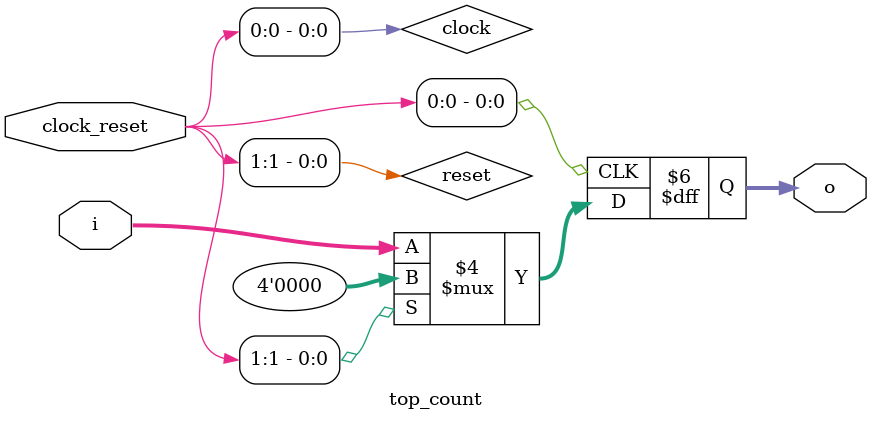
<source format=v>
module top(input wire [1:0] clock_reset, input wire [0:0] i, output wire [3:0] o);
   wire [7:0] od;
   wire [3:0] d;
   wire [3:0] q;
   assign o = od[3:0];
   top_count c0(.clock_reset(clock_reset), .i(d[3:0]), .o(q[3:0]));
   assign d = od[7:4];
   assign od = kernel_counter(clock_reset, i, q);
   function [7:0] kernel_counter(input reg [1:0] arg_0, input reg [0:0] arg_1, input reg [3:0] arg_2);
         reg [3:0] r0;
         reg [3:0] r1;
         reg [3:0] r2;
         reg [0:0] r3;
         reg [0:0] r4;
         reg [1:0] r5;
         reg [0:0] r6;
         reg [3:0] r7;
         reg [3:0] r8;
         reg [7:0] r9;
         localparam l0 = 4'b0001;
         localparam l1 = 4'b0000;
         localparam l2 = 4'b0000;
         begin
            r5 = arg_0;
            r3 = arg_1;
            r0 = arg_2;
            r1 = r0 + l0;
            r2 = r3 ? r1 : r0;
            r4 = r5[1:1];
            r6 = |r4;
            r7 = r6 ? l1 : r2;
            r8 = l2;
            r8[3:0] = r7;
            r9 = {r8, r0};
            kernel_counter = r9;
         end
   endfunction
endmodule
module top_count(input wire [1:0] clock_reset, input wire [3:0] i, output reg [3:0] o);
   wire  clock;
   wire  reset;
   assign clock = clock_reset[0];
   assign reset = clock_reset[1];
   initial begin
      o = 4'b0000;
   end
   always @(posedge clock) begin
      if (reset) begin
         o <= 4'b0000;
      end else begin
         o <= i;
      end
   end
endmodule

</source>
